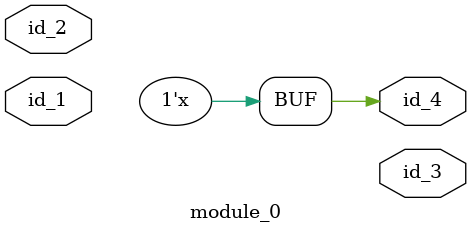
<source format=v>
module module_0 (
    id_1,
    id_2,
    id_3,
    id_4
);
  output id_4;
  output id_3;
  input id_2;
  input id_1;
  assign id_4 = "" * id_2[1];
endmodule

</source>
